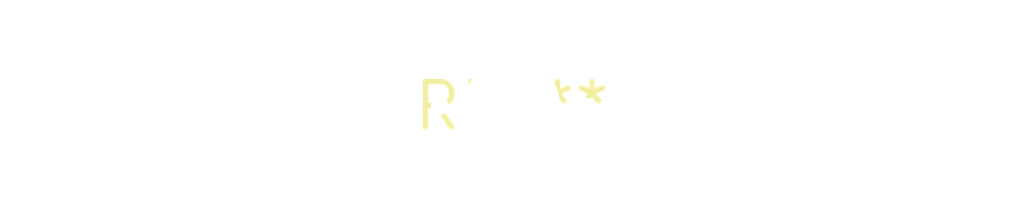
<source format=kicad_pcb>
(kicad_pcb (version 20240108) (generator pcbnew)
  (layers (0 "F.Cu" signal) (31 "B.Cu" signal) (34 "B.Paste" user) (35 "F.Paste" user) (36 "B.SilkS" user "B.Silkscreen") (37 "F.SilkS" user "F.Silkscreen") (38 "B.Mask" user) (39 "F.Mask" user) (44 "Edge.Cuts" user))
  (net 0 "")
  (footprint "MountingHole_2.7mm_Pad_Via" (layer "F.Cu") (at 0 0)
    (property "Reference" "REF**")
    (property "Value" "MountingHole_2.7mm_Pad_Via")
    (pad "1" thru_hole circle (at -2.025 0) (size 0.8 0.8) (drill 0.5) (layers *.Cu *.Mask) (remove_unused_layers))
    (pad "1" thru_hole circle (at -1.431891 -1.431891) (size 0.8 0.8) (drill 0.5) (layers *.Cu *.Mask) (remove_unused_layers))
    (pad "1" thru_hole circle (at -1.431891 1.431891) (size 0.8 0.8) (drill 0.5) (layers *.Cu *.Mask) (remove_unused_layers))
    (pad "1" thru_hole circle (at 0 -2.025) (size 0.8 0.8) (drill 0.5) (layers *.Cu *.Mask) (remove_unused_layers))
    (pad "1" thru_hole circle (at 0 0) (size 5.4 5.4) (drill 2.7) (layers *.Cu *.Mask) (remove_unused_layers))
    (pad "1" thru_hole circle (at 0 2.025) (size 0.8 0.8) (drill 0.5) (layers *.Cu *.Mask) (remove_unused_layers))
    (pad "1" thru_hole circle (at 1.431891 -1.431891) (size 0.8 0.8) (drill 0.5) (layers *.Cu *.Mask) (remove_unused_layers))
    (pad "1" thru_hole circle (at 1.431891 1.431891) (size 0.8 0.8) (drill 0.5) (layers *.Cu *.Mask) (remove_unused_layers))
    (pad "1" thru_hole circle (at 2.025 0) (size 0.8 0.8) (drill 0.5) (layers *.Cu *.Mask) (remove_unused_layers))
  )
)
</source>
